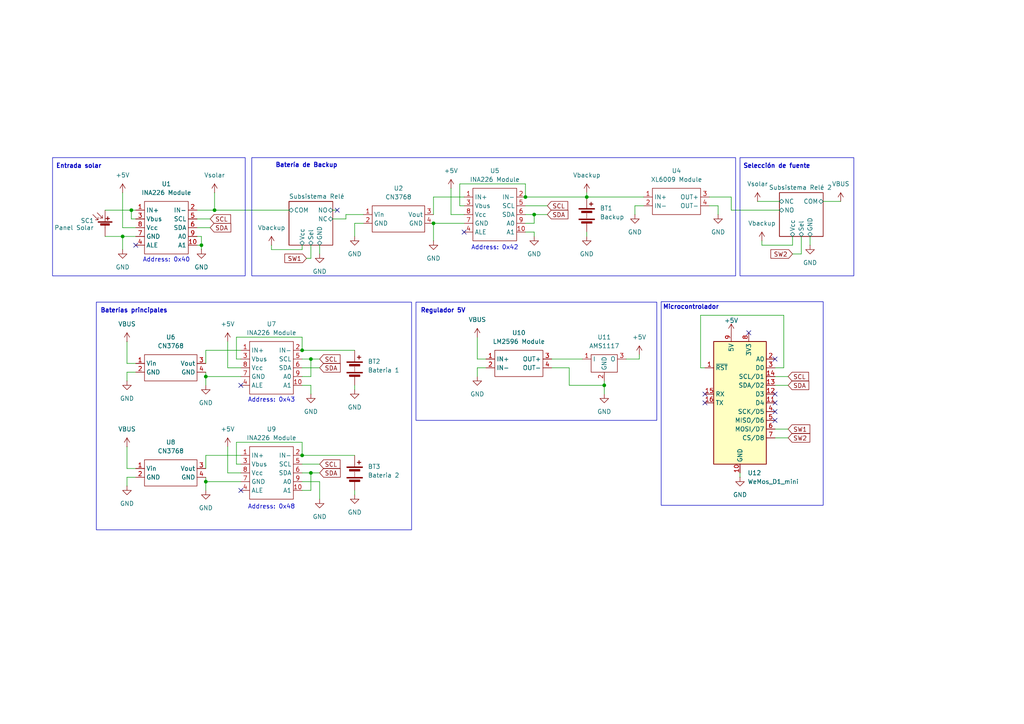
<source format=kicad_sch>
(kicad_sch (version 20231120) (generator "eeschema") (generator_version "8.0")
  (paper "A4")
  (title_block (title "POWER") (date "2024-11-11") (rev "Rev 1.0") (company "Grupo Alfa - David A. Estela M. Hugo S. Fernando S.") (comment 1 "Diagrama principal del proyecto"))
  (lib_symbols
    (symbol "Device:Battery" (pin_numbers hide) (pin_names (offset 0) hide)
      (property "Reference" "BT" (at 2.54 2.54 0))
      (property "Value" "Battery" (at 2.54 0 0))
      (symbol "Battery_0_1"
        (rectangle (start -2.286 -1.27) (end 2.286 -1.524) (fill (type outline)))
        (rectangle (start -2.286 1.778) (end 2.286 1.524) (fill (type outline)))
        (rectangle (start -1.524 -2.032) (end 1.524 -2.54) (fill (type outline)))
        (rectangle (start -1.524 1.016) (end 1.524 0.508) (fill (type outline)))
        (polyline (pts (xy 0 -1.016) (xy 0 -0.762)))
        (polyline (pts (xy 0 -0.508) (xy 0 -0.254)))
        (polyline (pts (xy 0 0) (xy 0 0.254)))
        (polyline (pts (xy 0 1.778) (xy 0 2.54)))
        (polyline (pts (xy 0.762 3.048) (xy 1.778 3.048)) (stroke (width 0.254)))
        (polyline (pts (xy 1.27 3.556) (xy 1.27 2.54)) (stroke (width 0.254)))
      )
      (symbol "Battery_1_1"
        (pin passive line (at 0 5.08 270) (length 2.54) (name "+") (number "1"))
        (pin passive line (at 0 -5.08 90) (length 2.54) (name "-") (number "2"))
      )
    )
    (symbol "Device:Solar_Cell" (pin_numbers hide) (pin_names (offset 0) hide)
      (property "Reference" "SC" (at 2.54 2.54 0))
      (property "Value" "Solar_Cell" (at 2.54 0 0))
      (symbol "Solar_Cell_0_1"
        (rectangle (start -2.032 1.778) (end 2.032 1.524) (fill (type outline)))
        (rectangle (start -1.3208 1.1938) (end 1.27 0.6858) (fill (type outline)))
        (polyline (pts (xy -2.032 2.286) (xy -3.556 3.81)))
        (polyline (pts (xy -0.762 2.794) (xy -2.286 4.318)))
        (polyline (pts (xy 0 0.762) (xy 0 0)))
        (polyline (pts (xy 0 1.778) (xy 0 2.54)))
        (polyline (pts (xy 0.254 2.667) (xy 1.27 2.667)) (stroke (width 0.254)))
        (polyline (pts (xy 0.762 3.175) (xy 0.762 2.159)) (stroke (width 0.254)))
        (polyline (pts (xy -2.032 3.048) (xy -2.032 2.286) (xy -2.794 2.286)))
        (polyline (pts (xy -0.762 3.556) (xy -0.762 2.794) (xy -1.524 2.794)))
      )
      (symbol "Solar_Cell_1_1"
        (pin passive line (at 0 5.08 270) (length 2.54) (name "+") (number "1"))
        (pin passive line (at 0 -2.54 90) (length 2.54) (name "-") (number "2"))
      )
    )
    (symbol "MCU_Module:WeMos_D1_mini"
      (property "Reference" "U" (at 3.81 19.05 0))
      (property "Value" "WeMos_D1_mini" (at 1.27 -19.05 0))
      (symbol "WeMos_D1_mini_1_1"
        (rectangle (start -7.62 17.78) (end 7.62 -17.78) (stroke (width 0.254)) (fill (type background)))
        (pin input line (at -10.16 10.16 0) (length 2.54) (name "~{RST}") (number "1"))
        (pin power_in line (at 0 -20.32 90) (length 2.54) (name "GND") (number "10"))
        (pin bidirectional line (at 10.16 0 180) (length 2.54) (name "D4") (number "11"))
        (pin bidirectional line (at 10.16 2.54 180) (length 2.54) (name "D3") (number "12"))
        (pin bidirectional line (at 10.16 5.08 180) (length 2.54) (name "SDA/D2") (number "13"))
        (pin bidirectional line (at 10.16 7.62 180) (length 2.54) (name "SCL/D1") (number "14"))
        (pin input line (at -10.16 2.54 0) (length 2.54) (name "RX") (number "15"))
        (pin output line (at -10.16 0 0) (length 2.54) (name "TX") (number "16"))
        (pin input line (at 10.16 12.7 180) (length 2.54) (name "A0") (number "2"))
        (pin bidirectional line (at 10.16 10.16 180) (length 2.54) (name "D0") (number "3"))
        (pin bidirectional line (at 10.16 -2.54 180) (length 2.54) (name "SCK/D5") (number "4"))
        (pin bidirectional line (at 10.16 -5.08 180) (length 2.54) (name "MISO/D6") (number "5"))
        (pin bidirectional line (at 10.16 -7.62 180) (length 2.54) (name "MOSI/D7") (number "6"))
        (pin bidirectional line (at 10.16 -10.16 180) (length 2.54) (name "CS/D8") (number "7"))
        (pin power_out line (at 2.54 20.32 270) (length 2.54) (name "3V3") (number "8"))
        (pin power_in line (at -2.54 20.32 270) (length 2.54) (name "5V") (number "9"))
      )
    )
    (symbol "Symbols:AMS1117"
      (property "Reference" "U" (at 0.762 2.794 0))
      (property "Value" "AMS1117" (at 4.572 1.016 0))
      (symbol "AMS1117_0_1"
        (rectangle (start 0 0) (end 7.62 -5.08))
      )
      (symbol "AMS1117_1_1"
        (pin power_in line (at -2.54 -1.27 0) (length 2.54) (name "I") (number "1"))
        (pin power_in line (at 3.81 -7.62 90) (length 2.54) (name "GND") (number "2"))
        (pin power_out line (at 10.16 -1.27 180) (length 2.54) (name "O") (number "3"))
      )
    )
    (symbol "Symbols:CN3768"
      (property "Reference" "U" (at 0.762 2.794 0))
      (property "Value" "CN3768" (at 3.81 1.016 0))
      (symbol "CN3768_0_1"
        (rectangle (start 0 0) (end 15.24 -7.62))
      )
      (symbol "CN3768_1_1"
        (pin power_in line (at -2.54 -2.54 0) (length 2.54) (name "Vin") (number "1"))
        (pin power_in line (at -2.54 -5.08 0) (length 2.54) (name "GND") (number "2"))
        (pin power_out line (at 17.78 -2.54 180) (length 2.54) (name "Vout") (number "3"))
        (pin power_out line (at 17.78 -5.08 180) (length 2.54) (name "GND") (number "4"))
      )
    )
    (symbol "Symbols:INA226_Module"
      (property "Reference" "U" (at 0.254 3.302 0))
      (property "Value" "INA226 Module" (at 6.858 1.27 0))
      (symbol "INA226_Module_0_1"
        (rectangle (start 0 0) (end 12.7 -15.24))
      )
      (symbol "INA226_Module_1_1"
        (pin input line (at -2.54 -2.54 0) (length 2.54) (name "IN+") (number "1"))
        (pin output line (at 15.24 -12.7 180) (length 2.54) (name "A1") (number "10"))
        (pin output line (at 15.24 -2.54 180) (length 2.54) (name "IN-") (number "2"))
        (pin input line (at -2.54 -5.08 0) (length 2.54) (name "Vbus") (number "3"))
        (pin output line (at -2.54 -12.7 0) (length 2.54) (name "ALE") (number "4"))
        (pin output line (at 15.24 -5.08 180) (length 2.54) (name "SCL") (number "5"))
        (pin output line (at 15.24 -7.62 180) (length 2.54) (name "SDA") (number "6"))
        (pin power_in line (at -2.54 -10.16 0) (length 2.54) (name "GND") (number "7"))
        (pin power_in line (at -2.54 -7.62 0) (length 2.54) (name "Vcc") (number "8"))
        (pin output line (at 15.24 -10.16 180) (length 2.54) (name "A0") (number "9"))
      )
    )
    (symbol "Symbols:LM2596"
      (property "Reference" "U" (at 0.508 3.302 0))
      (property "Value" "LM2596 Module" (at 7.366 1.27 0))
      (symbol "LM2596_0_1"
        (rectangle (start 0 0) (end 13.97 -7.62))
      )
      (symbol "LM2596_1_1"
        (pin power_in line (at -2.54 -2.54 0) (length 2.54) (name "IN+") (number "1"))
        (pin power_in line (at -2.54 -5.08 0) (length 2.54) (name "IN-") (number "2"))
        (pin power_out line (at 16.51 -2.54 180) (length 2.54) (name "OUT+") (number "3"))
        (pin power_out line (at 16.51 -5.08 180) (length 2.54) (name "OUT-") (number "4"))
      )
    )
    (symbol "Symbols:XL6009"
      (property "Reference" "U" (at 0.508 3.302 0))
      (property "Value" "XL6009 Module" (at 7.366 1.27 0))
      (symbol "XL6009_0_1"
        (rectangle (start 0 0) (end 13.97 -7.62))
      )
      (symbol "XL6009_1_1"
        (pin power_in line (at -2.54 -2.54 0) (length 2.54) (name "IN+") (number "1"))
        (pin power_in line (at -2.54 -5.08 0) (length 2.54) (name "IN-") (number "2"))
        (pin power_out line (at 16.51 -2.54 180) (length 2.54) (name "OUT+") (number "3"))
        (pin power_out line (at 16.51 -5.08 180) (length 2.54) (name "OUT-") (number "4"))
      )
    )
    (symbol "power:+5V" (power) (pin_numbers hide) (pin_names (offset 0) hide)
      (property "Value" "+5V" (at 0 3.556 0))
      (symbol "+5V_0_1"
        (polyline (pts (xy -0.762 1.27) (xy 0 2.54)))
        (polyline (pts (xy 0 0) (xy 0 2.54)))
        (polyline (pts (xy 0 2.54) (xy 0.762 1.27)))
      )
      (symbol "+5V_1_1"
        (pin power_in line (at 0 0 90) (length 0) (name "~") (number "1"))
      )
    )
    (symbol "power:GND" (power) (pin_numbers hide) (pin_names (offset 0) hide)
      (property "Value" "GND" (at 0 -3.81 0))
      (symbol "GND_0_1"
        (polyline (pts (xy 0 0) (xy 0 -1.27) (xy 1.27 -1.27) (xy 0 -2.54) (xy -1.27 -1.27) (xy 0 -1.27)))
      )
      (symbol "GND_1_1"
        (pin power_in line (at 0 0 270) (length 0) (name "~") (number "1"))
      )
    )
    (symbol "power:VBUS" (power) (pin_numbers hide) (pin_names (offset 0) hide)
      (property "Value" "VBUS" (at 0 3.556 0))
      (symbol "VBUS_0_1"
        (polyline (pts (xy -0.762 1.27) (xy 0 2.54)))
        (polyline (pts (xy 0 0) (xy 0 2.54)))
        (polyline (pts (xy 0 2.54) (xy 0.762 1.27)))
      )
      (symbol "VBUS_1_1"
        (pin power_in line (at 0 0 90) (length 0) (name "~") (number "1"))
      )
    )
    (symbol "power:VCC" (power) (pin_numbers hide) (pin_names (offset 0) hide)
      (property "Value" "VCC" (at 0 3.556 0))
      (symbol "VCC_0_1"
        (polyline (pts (xy -0.762 1.27) (xy 0 2.54)))
        (polyline (pts (xy 0 0) (xy 0 2.54)))
        (polyline (pts (xy 0 2.54) (xy 0.762 1.27)))
      )
      (symbol "VCC_1_1"
        (pin power_in line (at 0 0 90) (length 0) (name "~") (number "1"))
      )
    )
  )
  (junction (at 175.26 111.76))
  (junction (at 87.63 101.6))
  (junction (at 152.4 57.15))
  (junction (at 59.69 109.22))
  (junction (at 125.73 64.77))
  (junction (at 90.17 104.14))
  (junction (at 87.63 132.08))
  (junction (at 59.69 139.7))
  (junction (at 35.56 68.58))
  (junction (at 38.1 60.96))
  (junction (at 154.94 62.23))
  (junction (at 58.42 71.12))
  (junction (at 62.23 60.96))
  (junction (at 170.18 57.15))
  (junction (at 90.17 137.16))
  (no_connect (at 217.17 96.52))
  (no_connect (at 224.79 121.92))
  (no_connect (at 134.62 67.31))
  (no_connect (at 224.79 116.84))
  (no_connect (at 204.47 114.3))
  (no_connect (at 204.47 116.84))
  (no_connect (at 224.79 114.3))
  (no_connect (at 224.79 104.14))
  (no_connect (at 97.79 60.96))
  (no_connect (at 224.79 119.38))
  (no_connect (at 69.85 142.24))
  (no_connect (at 69.85 111.76))
  (no_connect (at 39.37 71.12))
  (wire (pts (xy 90.17 104.14) (xy 92.71 104.14)))
  (wire (pts (xy 170.18 67.31) (xy 170.18 68.58)))
  (wire (pts (xy 58.42 71.12) (xy 58.42 72.39)))
  (wire (pts (xy 154.94 67.31) (xy 154.94 68.58)))
  (wire (pts (xy 186.69 59.69) (xy 184.15 59.69)))
  (wire (pts (xy 59.69 139.7) (xy 59.69 142.24)))
  (wire (pts (xy 87.63 104.14) (xy 90.17 104.14)))
  (wire (pts (xy 170.18 57.15) (xy 186.69 57.15)))
  (wire (pts (xy 184.15 59.69) (xy 184.15 62.23)))
  (wire (pts (xy 36.83 110.49) (xy 36.83 107.95)))
  (wire (pts (xy 87.63 134.62) (xy 92.71 134.62)))
  (wire (pts (xy 160.02 104.14) (xy 168.91 104.14)))
  (wire (pts (xy 238.76 58.42) (xy 243.84 58.42)))
  (wire (pts (xy 38.1 60.96) (xy 39.37 60.96)))
  (wire (pts (xy 154.94 62.23) (xy 158.75 62.23)))
  (wire (pts (xy 87.63 139.7) (xy 92.71 139.7)))
  (wire (pts (xy 59.69 138.43) (xy 59.69 139.7)))
  (wire (pts (xy 69.85 137.16) (xy 66.04 137.16)))
  (wire (pts (xy 152.4 67.31) (xy 154.94 67.31)))
  (wire (pts (xy 68.58 104.14) (xy 68.58 97.79)))
  (wire (pts (xy 203.2 106.68) (xy 203.2 91.44)))
  (wire (pts (xy 78.74 72.39) (xy 87.63 72.39)))
  (wire (pts (xy 69.85 134.62) (xy 68.58 134.62)))
  (wire (pts (xy 224.79 127) (xy 228.6 127)))
  (wire (pts (xy 58.42 68.58) (xy 58.42 71.12)))
  (wire (pts (xy 69.85 139.7) (xy 59.69 139.7)))
  (wire (pts (xy 30.48 68.58) (xy 35.56 68.58)))
  (wire (pts (xy 232.41 73.66) (xy 232.41 68.58)))
  (wire (pts (xy 154.94 64.77) (xy 154.94 62.23)))
  (wire (pts (xy 152.4 64.77) (xy 154.94 64.77)))
  (wire (pts (xy 36.83 99.06) (xy 36.83 105.41)))
  (wire (pts (xy 204.47 106.68) (xy 203.2 106.68)))
  (wire (pts (xy 90.17 109.22) (xy 90.17 104.14)))
  (wire (pts (xy 87.63 128.27) (xy 87.63 132.08)))
  (wire (pts (xy 35.56 68.58) (xy 39.37 68.58)))
  (wire (pts (xy 87.63 101.6) (xy 102.87 101.6)))
  (wire (pts (xy 224.79 124.46) (xy 228.6 124.46)))
  (wire (pts (xy 30.48 60.96) (xy 38.1 60.96)))
  (wire (pts (xy 224.79 109.22) (xy 228.6 109.22)))
  (wire (pts (xy 125.73 57.15) (xy 134.62 57.15)))
  (wire (pts (xy 57.15 71.12) (xy 58.42 71.12)))
  (wire (pts (xy 87.63 142.24) (xy 90.17 142.24)))
  (wire (pts (xy 59.69 105.41) (xy 59.69 101.6)))
  (wire (pts (xy 36.83 138.43) (xy 39.37 138.43)))
  (wire (pts (xy 175.26 111.76) (xy 175.26 110.49)))
  (wire (pts (xy 152.4 57.15) (xy 170.18 57.15)))
  (wire (pts (xy 234.95 68.58) (xy 234.95 71.12)))
  (wire (pts (xy 134.62 59.69) (xy 133.35 59.69)))
  (wire (pts (xy 212.09 60.96) (xy 212.09 57.15)))
  (wire (pts (xy 92.71 71.12) (xy 92.71 73.66)))
  (wire (pts (xy 165.1 111.76) (xy 175.26 111.76)))
  (wire (pts (xy 35.56 68.58) (xy 35.56 72.39)))
  (wire (pts (xy 59.69 135.89) (xy 59.69 132.08)))
  (wire (pts (xy 36.83 105.41) (xy 39.37 105.41)))
  (wire (pts (xy 100.33 63.5) (xy 96.52 63.5)))
  (wire (pts (xy 224.79 111.76) (xy 228.6 111.76)))
  (wire (pts (xy 57.15 68.58) (xy 58.42 68.58)))
  (wire (pts (xy 152.4 53.34) (xy 152.4 57.15)))
  (wire (pts (xy 100.33 62.23) (xy 105.41 62.23)))
  (wire (pts (xy 102.87 64.77) (xy 102.87 68.58)))
  (wire (pts (xy 138.43 109.22) (xy 138.43 106.68)))
  (wire (pts (xy 68.58 97.79) (xy 87.63 97.79)))
  (wire (pts (xy 68.58 134.62) (xy 68.58 128.27)))
  (wire (pts (xy 87.63 97.79) (xy 87.63 101.6)))
  (wire (pts (xy 165.1 106.68) (xy 165.1 111.76)))
  (wire (pts (xy 59.69 109.22) (xy 59.69 111.76)))
  (wire (pts (xy 102.87 111.76) (xy 102.87 113.03)))
  (wire (pts (xy 229.87 73.66) (xy 232.41 73.66)))
  (wire (pts (xy 138.43 104.14) (xy 140.97 104.14)))
  (wire (pts (xy 68.58 128.27) (xy 87.63 128.27)))
  (wire (pts (xy 133.35 59.69) (xy 133.35 53.34)))
  (wire (pts (xy 36.83 135.89) (xy 39.37 135.89)))
  (wire (pts (xy 69.85 109.22) (xy 59.69 109.22)))
  (wire (pts (xy 130.81 62.23) (xy 130.81 54.61)))
  (wire (pts (xy 125.73 57.15) (xy 125.73 62.23)))
  (wire (pts (xy 38.1 63.5) (xy 38.1 60.96)))
  (wire (pts (xy 69.85 104.14) (xy 68.58 104.14)))
  (wire (pts (xy 36.83 140.97) (xy 36.83 138.43)))
  (wire (pts (xy 62.23 55.88) (xy 62.23 60.96)))
  (wire (pts (xy 214.63 137.16) (xy 214.63 138.43)))
  (wire (pts (xy 96.52 60.96) (xy 97.79 60.96)))
  (wire (pts (xy 87.63 137.16) (xy 90.17 137.16)))
  (wire (pts (xy 229.87 68.58) (xy 229.87 71.12)))
  (wire (pts (xy 78.74 71.12) (xy 78.74 72.39)))
  (wire (pts (xy 59.69 107.95) (xy 59.69 109.22)))
  (wire (pts (xy 87.63 109.22) (xy 90.17 109.22)))
  (wire (pts (xy 134.62 62.23) (xy 130.81 62.23)))
  (wire (pts (xy 57.15 63.5) (xy 60.96 63.5)))
  (wire (pts (xy 90.17 74.93) (xy 90.17 71.12)))
  (wire (pts (xy 36.83 107.95) (xy 39.37 107.95)))
  (wire (pts (xy 227.33 106.68) (xy 224.79 106.68)))
  (wire (pts (xy 87.63 71.12) (xy 87.63 72.39)))
  (wire (pts (xy 205.74 59.69) (xy 208.28 59.69)))
  (wire (pts (xy 39.37 66.04) (xy 35.56 66.04)))
  (wire (pts (xy 208.28 59.69) (xy 208.28 62.23)))
  (wire (pts (xy 175.26 114.3) (xy 175.26 111.76)))
  (wire (pts (xy 59.69 132.08) (xy 69.85 132.08)))
  (wire (pts (xy 90.17 111.76) (xy 90.17 114.3)))
  (wire (pts (xy 160.02 106.68) (xy 165.1 106.68)))
  (wire (pts (xy 36.83 129.54) (xy 36.83 135.89)))
  (wire (pts (xy 35.56 55.88) (xy 35.56 66.04)))
  (wire (pts (xy 125.73 64.77) (xy 125.73 69.85)))
  (wire (pts (xy 133.35 53.34) (xy 152.4 53.34)))
  (wire (pts (xy 90.17 137.16) (xy 92.71 137.16)))
  (wire (pts (xy 62.23 60.96) (xy 83.82 60.96)))
  (wire (pts (xy 227.33 91.44) (xy 227.33 106.68)))
  (wire (pts (xy 220.98 69.85) (xy 220.98 71.12)))
  (wire (pts (xy 90.17 142.24) (xy 90.17 137.16)))
  (wire (pts (xy 220.98 71.12) (xy 229.87 71.12)))
  (wire (pts (xy 226.06 60.96) (xy 212.09 60.96)))
  (wire (pts (xy 185.42 104.14) (xy 181.61 104.14)))
  (wire (pts (xy 66.04 106.68) (xy 66.04 99.06)))
  (wire (pts (xy 57.15 60.96) (xy 62.23 60.96)))
  (wire (pts (xy 203.2 91.44) (xy 227.33 91.44)))
  (wire (pts (xy 57.15 66.04) (xy 60.96 66.04)))
  (wire (pts (xy 170.18 55.88) (xy 170.18 57.15)))
  (wire (pts (xy 87.63 132.08) (xy 102.87 132.08)))
  (wire (pts (xy 134.62 64.77) (xy 125.73 64.77)))
  (wire (pts (xy 87.63 111.76) (xy 90.17 111.76)))
  (wire (pts (xy 185.42 102.87) (xy 185.42 104.14)))
  (wire (pts (xy 69.85 106.68) (xy 66.04 106.68)))
  (wire (pts (xy 87.63 106.68) (xy 92.71 106.68)))
  (wire (pts (xy 100.33 62.23) (xy 100.33 63.5)))
  (wire (pts (xy 152.4 59.69) (xy 158.75 59.69)))
  (wire (pts (xy 102.87 64.77) (xy 105.41 64.77)))
  (wire (pts (xy 92.71 139.7) (xy 92.71 144.78)))
  (wire (pts (xy 212.09 57.15) (xy 205.74 57.15)))
  (wire (pts (xy 102.87 142.24) (xy 102.87 143.51)))
  (wire (pts (xy 138.43 97.79) (xy 138.43 104.14)))
  (wire (pts (xy 66.04 137.16) (xy 66.04 129.54)))
  (wire (pts (xy 59.69 101.6) (xy 69.85 101.6)))
  (wire (pts (xy 219.71 58.42) (xy 226.06 58.42)))
  (wire (pts (xy 88.9 74.93) (xy 90.17 74.93)))
  (wire (pts (xy 152.4 62.23) (xy 154.94 62.23)))
  (wire (pts (xy 39.37 63.5) (xy 38.1 63.5)))
  (wire (pts (xy 138.43 106.68) (xy 140.97 106.68)))
  (rectangle (start 214.63 45.72) (end 247.65 80.01))
  (rectangle (start 73.025 45.72) (end 213.36 80.01))
  (rectangle (start 120.65 87.63) (end 190.5 121.92))
  (rectangle (start 27.94 87.63) (end 119.38 153.67))
  (rectangle (start 15.24 45.72) (end 71.12 80.01))
  (rectangle (start 191.77 87.503) (end 238.76 146.558))
  (text "Regulador 5V" (at 128.524 90.17 0) (effects (font (size 1.27 1.27) (thickness 0.254) (bold yes))))
  (text "Selección de fuente" (at 225.298 48.26 0) (effects (font (size 1.27 1.27) (thickness 0.254) (bold yes))))
  (text "Address: 0x43" (at 78.74 116.078 0) (effects (font (size 1.27 1.27) (thickness 0.1588))))
  (text "Address: 0x42" (at 143.51 71.882 0) (effects (font (size 1.27 1.27) (thickness 0.1588))))
  (text "Baterías principales" (at 38.862 90.17 0) (effects (font (size 1.27 1.27) (thickness 0.254) (bold yes))))
  (text "Entrada solar" (at 22.86 48.26 0) (effects (font (size 1.27 1.27) (thickness 0.254) (bold yes))))
  (text "Address: 0x48" (at 78.74 147.066 0) (effects (font (size 1.27 1.27) (thickness 0.1588))))
  (text "Batería de Backup" (at 88.9 48.006 0) (effects (font (size 1.27 1.27) (thickness 0.254) (bold yes))))
  (text "Address: 0x40" (at 48.26 75.438 0) (effects (font (size 1.27 1.27) (thickness 0.1588))))
  (text "Microcontrolador" (at 200.406 89.154 0) (effects (font (size 1.27 1.27) (thickness 0.254) (bold yes))))
  (global_label "SW1" (shape input) (at 88.9 74.93 180) (property "Intersheetrefs" "${INTERSHEET_REFS}" (effects (hide yes))))
  (global_label "SW2" (shape input) (at 229.87 73.66 180) (property "Intersheetrefs" "${INTERSHEET_REFS}" (effects (hide yes))))
  (global_label "SCL" (shape input) (at 228.6 109.22 0) (property "Intersheetrefs" "${INTERSHEET_REFS}" (effects (hide yes))))
  (global_label "SDA" (shape input) (at 228.6 111.76 0) (property "Intersheetrefs" "${INTERSHEET_REFS}" (effects (hide yes))))
  (global_label "SCL" (shape input) (at 92.71 104.14 0) (property "Intersheetrefs" "${INTERSHEET_REFS}" (effects (hide yes))))
  (global_label "SCL" (shape input) (at 60.96 63.5 0) (property "Intersheetrefs" "${INTERSHEET_REFS}" (effects (hide yes))))
  (global_label "SW2" (shape input) (at 228.6 127 0) (property "Intersheetrefs" "${INTERSHEET_REFS}" (effects (hide yes))))
  (global_label "SCL" (shape input) (at 92.71 134.62 0) (property "Intersheetrefs" "${INTERSHEET_REFS}" (effects (hide yes))))
  (global_label "SDA" (shape input) (at 92.71 106.68 0) (property "Intersheetrefs" "${INTERSHEET_REFS}" (effects (hide yes))))
  (global_label "SDA" (shape input) (at 60.96 66.04 0) (property "Intersheetrefs" "${INTERSHEET_REFS}" (effects (hide yes))))
  (global_label "SW1" (shape input) (at 228.6 124.46 0) (property "Intersheetrefs" "${INTERSHEET_REFS}" (effects (hide yes))))
  (global_label "SDA" (shape input) (at 92.71 137.16 0) (property "Intersheetrefs" "${INTERSHEET_REFS}" (effects (hide yes))))
  (global_label "SCL" (shape input) (at 158.75 59.69 0) (property "Intersheetrefs" "${INTERSHEET_REFS}" (effects (hide yes))))
  (global_label "SDA" (shape input) (at 158.75 62.23 0) (property "Intersheetrefs" "${INTERSHEET_REFS}" (effects (hide yes))))
  (symbol (lib_id "Device:Battery") (at 102.87 137.16 0) (unit 1)
    (property "Reference" "BT3" (at 106.68 135.3184 0) (effects (justify left)))
    (property "Value" "Bateria 2" (at 106.68 137.8584 0) (effects (justify left)))
    (property "Description" "Multiple-cell battery" (effects (hide yes)))
  )
  (symbol (lib_id "power:GND") (at 58.42 72.39 0) (unit 1)
    (property "Reference" "#PWR030" (effects (hide yes)))
    (property "Value" "GND" (at 58.42 77.47 0))
    (property "Description" "Power symbol creates a global label with name \"GND\" , ground" (effects (hide yes)))
  )
  (symbol (lib_id "power:GND") (at 102.87 143.51 0) (unit 1)
    (property "Reference" "#PWR023" (effects (hide yes)))
    (property "Value" "GND" (at 102.87 148.59 0))
    (property "Description" "Power symbol creates a global label with name \"GND\" , ground" (effects (hide yes)))
  )
  (symbol (lib_id "power:GND") (at 154.94 68.58 0) (unit 1)
    (property "Reference" "#PWR031" (effects (hide yes)))
    (property "Value" "GND" (at 154.94 73.66 0))
    (property "Description" "Power symbol creates a global label with name \"GND\" , ground" (effects (hide yes)))
  )
  (symbol (lib_id "power:GND") (at 138.43 109.22 0) (unit 1)
    (property "Reference" "#PWR025" (effects (hide yes)))
    (property "Value" "GND" (at 138.43 114.3 0))
    (property "Description" "Power symbol creates a global label with name \"GND\" , ground" (effects (hide yes)))
  )
  (symbol (lib_id "power:+5V") (at 185.42 102.87 0) (unit 1)
    (property "Reference" "#PWR029" (effects (hide yes)))
    (property "Value" "+5V" (at 185.42 97.79 0))
    (property "Description" "Power symbol creates a global label with name \"+5V\"" (effects (hide yes)))
  )
  (symbol (lib_id "Symbols:CN3768") (at 107.95 59.69 0) (unit 1)
    (property "Reference" "U2" (at 115.57 54.61 0))
    (property "Value" "CN3768" (at 115.57 57.15 0))
  )
  (symbol (lib_id "power:GND") (at 102.87 68.58 0) (unit 1)
    (property "Reference" "#PWR04" (effects (hide yes)))
    (property "Value" "GND" (at 102.87 73.66 0))
    (property "Description" "Power symbol creates a global label with name \"GND\" , ground" (effects (hide yes)))
  )
  (symbol (lib_id "power:VCC") (at 220.98 69.85 0) (unit 1)
    (property "Reference" "#PWR036" (effects (hide yes)))
    (property "Value" "Vbackup" (at 220.98 64.77 0))
    (property "Description" "Power symbol creates a global label with name \"VCC\"" (effects (hide yes)))
  )
  (symbol (lib_id "power:GND") (at 90.17 114.3 0) (unit 1)
    (property "Reference" "#PWR032" (effects (hide yes)))
    (property "Value" "GND" (at 90.17 119.38 0))
    (property "Description" "Power symbol creates a global label with name \"GND\" , ground" (effects (hide yes)))
  )
  (symbol (lib_id "Symbols:INA226_Module") (at 72.39 99.06 0) (unit 1)
    (property "Reference" "U7" (at 78.74 93.98 0))
    (property "Value" "INA226 Module" (at 78.74 96.52 0))
  )
  (symbol (lib_id "power:VCC") (at 219.71 58.42 0) (unit 1)
    (property "Reference" "#PWR034" (effects (hide yes)))
    (property "Value" "Vsolar" (at 219.71 53.34 0))
    (property "Description" "Power symbol creates a global label with name \"VCC\"" (effects (hide yes)))
  )
  (symbol (lib_id "power:GND") (at 125.73 69.85 0) (unit 1)
    (property "Reference" "#PWR013" (effects (hide yes)))
    (property "Value" "GND" (at 125.73 74.93 0))
    (property "Description" "Power symbol creates a global label with name \"GND\" , ground" (effects (hide yes)))
  )
  (symbol (lib_id "Device:Battery") (at 102.87 106.68 0) (unit 1)
    (property "Reference" "BT2" (at 106.68 104.8384 0) (effects (justify left)))
    (property "Value" "Bateria 1" (at 106.68 107.3784 0) (effects (justify left)))
    (property "Description" "Multiple-cell battery" (effects (hide yes)))
  )
  (symbol (lib_id "power:GND") (at 102.87 113.03 0) (unit 1)
    (property "Reference" "#PWR019" (effects (hide yes)))
    (property "Value" "GND" (at 102.87 118.11 0))
    (property "Description" "Power symbol creates a global label with name \"GND\" , ground" (effects (hide yes)))
  )
  (symbol (lib_id "power:GND") (at 35.56 72.39 0) (unit 1)
    (property "Reference" "#PWR02" (effects (hide yes)))
    (property "Value" "GND" (at 35.56 77.47 0))
    (property "Description" "Power symbol creates a global label with name \"GND\" , ground" (effects (hide yes)))
  )
  (symbol (lib_id "power:+5V") (at 130.81 54.61 0) (unit 1)
    (property "Reference" "#PWR014" (effects (hide yes)))
    (property "Value" "+5V" (at 130.81 49.53 0))
    (property "Description" "Power symbol creates a global label with name \"+5V\"" (effects (hide yes)))
  )
  (symbol (lib_id "power:GND") (at 234.95 71.12 0) (unit 1)
    (property "Reference" "#PWR06" (effects (hide yes)))
    (property "Value" "GND" (at 234.95 76.2 0))
    (property "Description" "Power symbol creates a global label with name \"GND\" , ground" (effects (hide yes)))
  )
  (symbol (lib_id "power:GND") (at 36.83 140.97 0) (unit 1)
    (property "Reference" "#PWR020" (effects (hide yes)))
    (property "Value" "GND" (at 36.83 146.05 0))
    (property "Description" "Power symbol creates a global label with name \"GND\" , ground" (effects (hide yes)))
  )
  (symbol (lib_id "Symbols:INA226_Module") (at 41.91 58.42 0) (unit 1)
    (property "Reference" "U1" (at 48.26 53.34 0))
    (property "Value" "INA226 Module" (at 48.26 55.88 0))
  )
  (symbol (lib_id "Device:Solar_Cell") (at 30.48 66.04 0) (unit 1)
    (property "Reference" "SC1" (at 23.368 64.008 0) (effects (justify left)))
    (property "Value" "Panel Solar" (at 15.748 66.04 0) (effects (justify left)))
    (property "Description" "Single solar cell" (effects (hide yes)))
  )
  (symbol (lib_id "Symbols:INA226_Module") (at 72.39 129.54 0) (unit 1)
    (property "Reference" "U9" (at 78.74 124.46 0))
    (property "Value" "INA226 Module" (at 78.74 127 0))
  )
  (symbol (lib_id "Device:Battery") (at 170.18 62.23 0) (unit 1)
    (property "Reference" "BT1" (at 173.99 60.3884 0) (effects (justify left)))
    (property "Value" "Backup" (at 173.99 62.9284 0) (effects (justify left)))
    (property "Description" "Multiple-cell battery" (effects (hide yes)))
  )
  (symbol (lib_id "power:GND") (at 175.26 114.3 0) (unit 1)
    (property "Reference" "#PWR026" (effects (hide yes)))
    (property "Value" "GND" (at 175.26 119.38 0))
    (property "Description" "Power symbol creates a global label with name \"GND\" , ground" (effects (hide yes)))
  )
  (symbol (lib_id "Symbols:LM2596") (at 143.51 101.6 0) (unit 1)
    (property "Reference" "U10" (at 150.495 96.52 0))
    (property "Value" "LM2596 Module" (at 150.495 99.06 0))
    (property "Description" "Buck Converter" (effects (hide yes)))
  )
  (symbol (lib_id "power:VBUS") (at 36.83 129.54 0) (unit 1)
    (property "Reference" "#PWR018" (effects (hide yes)))
    (property "Value" "VBUS" (at 36.83 124.46 0))
    (property "Description" "Power symbol creates a global label with name \"VBUS\"" (effects (hide yes)))
  )
  (symbol (lib_id "power:+5V") (at 212.09 96.52 0) (unit 1)
    (property "Reference" "#PWR027" (effects (hide yes)))
    (property "Value" "+5V" (at 212.09 92.964 0))
    (property "Description" "Power symbol creates a global label with name \"+5V\"" (effects (hide yes)))
  )
  (symbol (lib_id "power:VBUS") (at 243.84 58.42 0) (unit 1)
    (property "Reference" "#PWR011" (effects (hide yes)))
    (property "Value" "VBUS" (at 243.84 53.34 0))
    (property "Description" "Power symbol creates a global label with name \"VBUS\"" (effects (hide yes)))
  )
  (symbol (lib_id "power:VCC") (at 78.74 71.12 0) (unit 1)
    (property "Reference" "#PWR035" (effects (hide yes)))
    (property "Value" "Vbackup" (at 78.74 66.04 0))
    (property "Description" "Power symbol creates a global label with name \"VCC\"" (effects (hide yes)))
  )
  (symbol (lib_id "power:GND") (at 170.18 68.58 0) (unit 1)
    (property "Reference" "#PWR05" (effects (hide yes)))
    (property "Value" "GND" (at 170.18 73.66 0))
    (property "Description" "Power symbol creates a global label with name \"GND\" , ground" (effects (hide yes)))
  )
  (symbol (lib_id "power:GND") (at 184.15 62.23 0) (unit 1)
    (property "Reference" "#PWR09" (effects (hide yes)))
    (property "Value" "GND" (at 184.15 67.31 0))
    (property "Description" "Power symbol creates a global label with name \"GND\" , ground" (effects (hide yes)))
  )
  (symbol (lib_id "Symbols:INA226_Module") (at 137.16 54.61 0) (unit 1)
    (property "Reference" "U5" (at 143.51 49.53 0))
    (property "Value" "INA226 Module" (at 143.51 52.07 0))
  )
  (symbol (lib_id "power:VCC") (at 62.23 55.88 0) (unit 1)
    (property "Reference" "#PWR07" (effects (hide yes)))
    (property "Value" "Vsolar" (at 62.23 50.8 0))
    (property "Description" "Power symbol creates a global label with name \"VCC\"" (effects (hide yes)))
  )
  (symbol (lib_id "power:GND") (at 214.63 138.43 0) (unit 1)
    (property "Reference" "#PWR028" (effects (hide yes)))
    (property "Value" "GND" (at 214.63 143.51 0))
    (property "Description" "Power symbol creates a global label with name \"GND\" , ground" (effects (hide yes)))
  )
  (symbol (lib_id "power:VBUS") (at 138.43 97.79 0) (unit 1)
    (property "Reference" "#PWR024" (effects (hide yes)))
    (property "Value" "VBUS" (at 138.43 92.71 0))
    (property "Description" "Power symbol creates a global label with name \"VBUS\"" (effects (hide yes)))
  )
  (symbol (lib_id "Symbols:XL6009") (at 189.23 54.61 0) (unit 1)
    (property "Reference" "U4" (at 196.215 49.53 0))
    (property "Value" "XL6009 Module" (at 196.215 52.07 0))
    (property "Description" "Buck Converter" (effects (hide yes)))
  )
  (symbol (lib_id "power:GND") (at 59.69 142.24 0) (unit 1)
    (property "Reference" "#PWR021" (effects (hide yes)))
    (property "Value" "GND" (at 59.69 147.32 0))
    (property "Description" "Power symbol creates a global label with name \"GND\" , ground" (effects (hide yes)))
  )
  (symbol (lib_id "power:GND") (at 92.71 144.78 0) (unit 1)
    (property "Reference" "#PWR033" (effects (hide yes)))
    (property "Value" "GND" (at 92.71 149.86 0))
    (property "Description" "Power symbol creates a global label with name \"GND\" , ground" (effects (hide yes)))
  )
  (symbol (lib_id "power:GND") (at 36.83 110.49 0) (unit 1)
    (property "Reference" "#PWR015" (effects (hide yes)))
    (property "Value" "GND" (at 36.83 115.57 0))
    (property "Description" "Power symbol creates a global label with name \"GND\" , ground" (effects (hide yes)))
  )
  (symbol (lib_id "power:GND") (at 92.71 73.66 0) (unit 1)
    (property "Reference" "#PWR03" (effects (hide yes)))
    (property "Value" "GND" (at 92.71 78.74 0))
    (property "Description" "Power symbol creates a global label with name \"GND\" , ground" (effects (hide yes)))
  )
  (symbol (lib_id "Symbols:CN3768") (at 41.91 102.87 0) (unit 1)
    (property "Reference" "U6" (at 49.53 97.79 0))
    (property "Value" "CN3768" (at 49.53 100.33 0))
  )
  (symbol (lib_id "power:+5V") (at 66.04 129.54 0) (unit 1)
    (property "Reference" "#PWR022" (effects (hide yes)))
    (property "Value" "+5V" (at 66.04 124.46 0))
    (property "Description" "Power symbol creates a global label with name \"+5V\"" (effects (hide yes)))
  )
  (symbol (lib_id "power:+5V") (at 66.04 99.06 0) (unit 1)
    (property "Reference" "#PWR017" (effects (hide yes)))
    (property "Value" "+5V" (at 66.04 93.98 0))
    (property "Description" "Power symbol creates a global label with name \"+5V\"" (effects (hide yes)))
  )
  (symbol (lib_id "Symbols:CN3768") (at 41.91 133.35 0) (unit 1)
    (property "Reference" "U8" (at 49.53 128.27 0))
    (property "Value" "CN3768" (at 49.53 130.81 0))
  )
  (symbol (lib_id "power:VCC") (at 170.18 55.88 0) (unit 1)
    (property "Reference" "#PWR08" (effects (hide yes)))
    (property "Value" "Vbackup" (at 170.18 50.8 0))
    (property "Description" "Power symbol creates a global label with name \"VCC\"" (effects (hide yes)))
  )
  (symbol (lib_id "Symbols:AMS1117") (at 171.45 102.87 0) (unit 1)
    (property "Reference" "U11" (at 175.26 97.79 0))
    (property "Value" "AMS1117" (at 175.26 100.33 0))
  )
  (symbol (lib_id "MCU_Module:WeMos_D1_mini") (at 214.63 116.84 0) (unit 1)
    (property "Reference" "U12" (at 216.8241 137.16 0) (effects (justify left)))
    (property "Value" "WeMos_D1_mini" (at 216.8241 139.7 0) (effects (justify left)))
    (property "Footprint" "Module:WEMOS_D1_mini_light" (effects (hide yes)))
    (property "Datasheet" "https://wiki.wemos.cc/products:d1:d1_mini#documentation" (effects (hide yes)))
    (property "Description" "32-bit microcontroller module with WiFi" (effects (hide yes)))
  )
  (symbol (lib_id "power:VBUS") (at 36.83 99.06 0) (unit 1)
    (property "Reference" "#PWR012" (effects (hide yes)))
    (property "Value" "VBUS" (at 36.83 93.98 0))
    (property "Description" "Power symbol creates a global label with name \"VBUS\"" (effects (hide yes)))
  )
  (symbol (lib_id "power:GND") (at 208.28 62.23 0) (unit 1)
    (property "Reference" "#PWR010" (effects (hide yes)))
    (property "Value" "GND" (at 208.28 67.31 0))
    (property "Description" "Power symbol creates a global label with name \"GND\" , ground" (effects (hide yes)))
  )
  (symbol (lib_id "power:+5V") (at 35.56 55.88 0) (unit 1)
    (property "Reference" "#PWR01" (effects (hide yes)))
    (property "Value" "+5V" (at 35.56 50.8 0))
    (property "Description" "Power symbol creates a global label with name \"+5V\"" (effects (hide yes)))
  )
  (symbol (lib_id "power:GND") (at 59.69 111.76 0) (unit 1)
    (property "Reference" "#PWR016" (effects (hide yes)))
    (property "Value" "GND" (at 59.69 116.84 0))
    (property "Description" "Power symbol creates a global label with name \"GND\" , ground" (effects (hide yes)))
  )
  (sheet (at 226.06 55.88) (size 12.7 12.7) (stroke (width 0.1524))
    (property "Sheetname" "Subsistema Relé 2" (at 223.012 55.118 0) (effects (justify left bottom)))
    (property "Sheetfile" "rele.kicad_sch" (effects (hide yes)))
    (pin "NC" bidirectional (at 226.06 58.42 180))
    (pin "Sel" bidirectional (at 232.41 68.58 270))
    (pin "GND" bidirectional (at 234.95 68.58 270))
    (pin "COM" bidirectional (at 238.76 58.42 0))
    (pin "Vcc" bidirectional (at 229.87 68.58 270))
    (pin "NO" bidirectional (at 226.06 60.96 180))
  )
  (sheet (at 83.82 58.42) (size 12.7 12.7) (stroke (width 0.1524))
    (property "Sheetname" "Subsistema Relé" (at 83.82 57.7084 0) (effects (justify left bottom)))
    (property "Sheetfile" "rele.kicad_sch" (effects (hide yes)))
    (pin "NC" bidirectional (at 96.52 63.5 0))
    (pin "Sel" bidirectional (at 90.17 71.12 270))
    (pin "GND" bidirectional (at 92.71 71.12 270))
    (pin "COM" bidirectional (at 83.82 60.96 180))
    (pin "Vcc" bidirectional (at 87.63 71.12 270))
    (pin "NO" bidirectional (at 96.52 60.96 0))
  )
)
</source>
